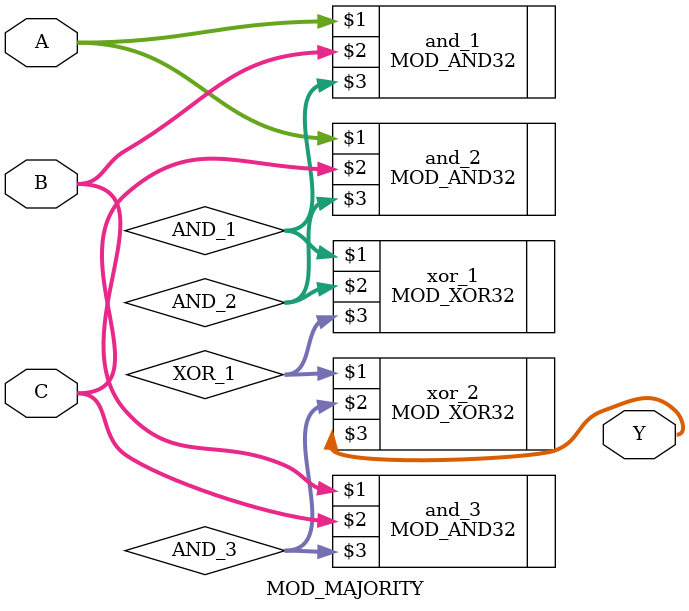
<source format=v>
`include "./src/verilog/MOD_XOR32.v"
`include "./src/verilog/MOD_AND32.v"

module MOD_MAJORITY(
    input [0:31] A,
    input [0:31] B,
    input [0:31] C,
    output [0:31] Y
);

wire [0:31] AND_1;
wire [0:31] AND_2;
wire [0:31] AND_3;
wire [0:31] XOR_1;


MOD_AND32 and_1(A, B, AND_1);
MOD_AND32 and_2(A, C, AND_2);
MOD_AND32 and_3(B, C, AND_3);
MOD_XOR32 xor_1(AND_1, AND_2, XOR_1);
MOD_XOR32 xor_2(XOR_1, AND_3, Y);
    
endmodule

</source>
